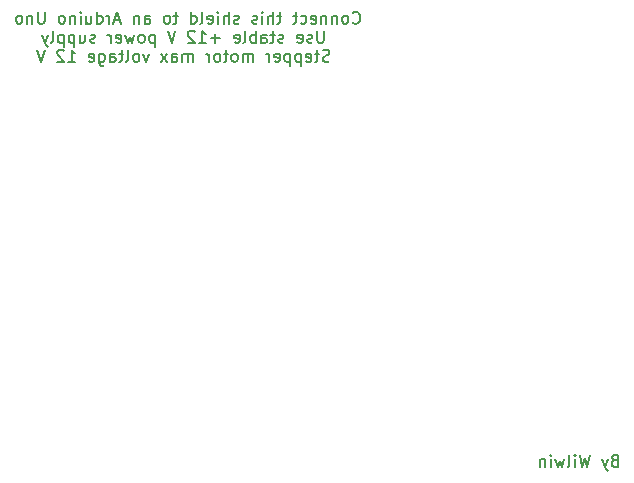
<source format=gbr>
%TF.GenerationSoftware,KiCad,Pcbnew,(6.0.6)*%
%TF.CreationDate,2022-07-08T17:21:04+08:00*%
%TF.ProjectId,Stepper,53746570-7065-4722-9e6b-696361645f70,rev?*%
%TF.SameCoordinates,Original*%
%TF.FileFunction,Legend,Bot*%
%TF.FilePolarity,Positive*%
%FSLAX46Y46*%
G04 Gerber Fmt 4.6, Leading zero omitted, Abs format (unit mm)*
G04 Created by KiCad (PCBNEW (6.0.6)) date 2022-07-08 17:21:04*
%MOMM*%
%LPD*%
G01*
G04 APERTURE LIST*
%ADD10C,0.150000*%
G04 APERTURE END LIST*
D10*
X175576190Y-98528571D02*
X175433333Y-98576190D01*
X175385714Y-98623809D01*
X175338095Y-98719047D01*
X175338095Y-98861904D01*
X175385714Y-98957142D01*
X175433333Y-99004761D01*
X175528571Y-99052380D01*
X175909523Y-99052380D01*
X175909523Y-98052380D01*
X175576190Y-98052380D01*
X175480952Y-98100000D01*
X175433333Y-98147619D01*
X175385714Y-98242857D01*
X175385714Y-98338095D01*
X175433333Y-98433333D01*
X175480952Y-98480952D01*
X175576190Y-98528571D01*
X175909523Y-98528571D01*
X175004761Y-98385714D02*
X174766666Y-99052380D01*
X174528571Y-98385714D02*
X174766666Y-99052380D01*
X174861904Y-99290476D01*
X174909523Y-99338095D01*
X175004761Y-99385714D01*
X173480952Y-98052380D02*
X173242857Y-99052380D01*
X173052380Y-98338095D01*
X172861904Y-99052380D01*
X172623809Y-98052380D01*
X172242857Y-99052380D02*
X172242857Y-98385714D01*
X172242857Y-98052380D02*
X172290476Y-98100000D01*
X172242857Y-98147619D01*
X172195238Y-98100000D01*
X172242857Y-98052380D01*
X172242857Y-98147619D01*
X171623809Y-99052380D02*
X171719047Y-99004761D01*
X171766666Y-98909523D01*
X171766666Y-98052380D01*
X171338095Y-98385714D02*
X171147619Y-99052380D01*
X170957142Y-98576190D01*
X170766666Y-99052380D01*
X170576190Y-98385714D01*
X170195238Y-99052380D02*
X170195238Y-98385714D01*
X170195238Y-98052380D02*
X170242857Y-98100000D01*
X170195238Y-98147619D01*
X170147619Y-98100000D01*
X170195238Y-98052380D01*
X170195238Y-98147619D01*
X169719047Y-98385714D02*
X169719047Y-99052380D01*
X169719047Y-98480952D02*
X169671428Y-98433333D01*
X169576190Y-98385714D01*
X169433333Y-98385714D01*
X169338095Y-98433333D01*
X169290476Y-98528571D01*
X169290476Y-99052380D01*
X153433333Y-61447142D02*
X153480952Y-61494761D01*
X153623809Y-61542380D01*
X153719047Y-61542380D01*
X153861904Y-61494761D01*
X153957142Y-61399523D01*
X154004761Y-61304285D01*
X154052380Y-61113809D01*
X154052380Y-60970952D01*
X154004761Y-60780476D01*
X153957142Y-60685238D01*
X153861904Y-60590000D01*
X153719047Y-60542380D01*
X153623809Y-60542380D01*
X153480952Y-60590000D01*
X153433333Y-60637619D01*
X152861904Y-61542380D02*
X152957142Y-61494761D01*
X153004761Y-61447142D01*
X153052380Y-61351904D01*
X153052380Y-61066190D01*
X153004761Y-60970952D01*
X152957142Y-60923333D01*
X152861904Y-60875714D01*
X152719047Y-60875714D01*
X152623809Y-60923333D01*
X152576190Y-60970952D01*
X152528571Y-61066190D01*
X152528571Y-61351904D01*
X152576190Y-61447142D01*
X152623809Y-61494761D01*
X152719047Y-61542380D01*
X152861904Y-61542380D01*
X152100000Y-60875714D02*
X152100000Y-61542380D01*
X152100000Y-60970952D02*
X152052380Y-60923333D01*
X151957142Y-60875714D01*
X151814285Y-60875714D01*
X151719047Y-60923333D01*
X151671428Y-61018571D01*
X151671428Y-61542380D01*
X151195238Y-60875714D02*
X151195238Y-61542380D01*
X151195238Y-60970952D02*
X151147619Y-60923333D01*
X151052380Y-60875714D01*
X150909523Y-60875714D01*
X150814285Y-60923333D01*
X150766666Y-61018571D01*
X150766666Y-61542380D01*
X149909523Y-61494761D02*
X150004761Y-61542380D01*
X150195238Y-61542380D01*
X150290476Y-61494761D01*
X150338095Y-61399523D01*
X150338095Y-61018571D01*
X150290476Y-60923333D01*
X150195238Y-60875714D01*
X150004761Y-60875714D01*
X149909523Y-60923333D01*
X149861904Y-61018571D01*
X149861904Y-61113809D01*
X150338095Y-61209047D01*
X149004761Y-61494761D02*
X149100000Y-61542380D01*
X149290476Y-61542380D01*
X149385714Y-61494761D01*
X149433333Y-61447142D01*
X149480952Y-61351904D01*
X149480952Y-61066190D01*
X149433333Y-60970952D01*
X149385714Y-60923333D01*
X149290476Y-60875714D01*
X149100000Y-60875714D01*
X149004761Y-60923333D01*
X148719047Y-60875714D02*
X148338095Y-60875714D01*
X148576190Y-60542380D02*
X148576190Y-61399523D01*
X148528571Y-61494761D01*
X148433333Y-61542380D01*
X148338095Y-61542380D01*
X147385714Y-60875714D02*
X147004761Y-60875714D01*
X147242857Y-60542380D02*
X147242857Y-61399523D01*
X147195238Y-61494761D01*
X147100000Y-61542380D01*
X147004761Y-61542380D01*
X146671428Y-61542380D02*
X146671428Y-60542380D01*
X146242857Y-61542380D02*
X146242857Y-61018571D01*
X146290476Y-60923333D01*
X146385714Y-60875714D01*
X146528571Y-60875714D01*
X146623809Y-60923333D01*
X146671428Y-60970952D01*
X145766666Y-61542380D02*
X145766666Y-60875714D01*
X145766666Y-60542380D02*
X145814285Y-60590000D01*
X145766666Y-60637619D01*
X145719047Y-60590000D01*
X145766666Y-60542380D01*
X145766666Y-60637619D01*
X145338095Y-61494761D02*
X145242857Y-61542380D01*
X145052380Y-61542380D01*
X144957142Y-61494761D01*
X144909523Y-61399523D01*
X144909523Y-61351904D01*
X144957142Y-61256666D01*
X145052380Y-61209047D01*
X145195238Y-61209047D01*
X145290476Y-61161428D01*
X145338095Y-61066190D01*
X145338095Y-61018571D01*
X145290476Y-60923333D01*
X145195238Y-60875714D01*
X145052380Y-60875714D01*
X144957142Y-60923333D01*
X143766666Y-61494761D02*
X143671428Y-61542380D01*
X143480952Y-61542380D01*
X143385714Y-61494761D01*
X143338095Y-61399523D01*
X143338095Y-61351904D01*
X143385714Y-61256666D01*
X143480952Y-61209047D01*
X143623809Y-61209047D01*
X143719047Y-61161428D01*
X143766666Y-61066190D01*
X143766666Y-61018571D01*
X143719047Y-60923333D01*
X143623809Y-60875714D01*
X143480952Y-60875714D01*
X143385714Y-60923333D01*
X142909523Y-61542380D02*
X142909523Y-60542380D01*
X142480952Y-61542380D02*
X142480952Y-61018571D01*
X142528571Y-60923333D01*
X142623809Y-60875714D01*
X142766666Y-60875714D01*
X142861904Y-60923333D01*
X142909523Y-60970952D01*
X142004761Y-61542380D02*
X142004761Y-60875714D01*
X142004761Y-60542380D02*
X142052380Y-60590000D01*
X142004761Y-60637619D01*
X141957142Y-60590000D01*
X142004761Y-60542380D01*
X142004761Y-60637619D01*
X141147619Y-61494761D02*
X141242857Y-61542380D01*
X141433333Y-61542380D01*
X141528571Y-61494761D01*
X141576190Y-61399523D01*
X141576190Y-61018571D01*
X141528571Y-60923333D01*
X141433333Y-60875714D01*
X141242857Y-60875714D01*
X141147619Y-60923333D01*
X141100000Y-61018571D01*
X141100000Y-61113809D01*
X141576190Y-61209047D01*
X140528571Y-61542380D02*
X140623809Y-61494761D01*
X140671428Y-61399523D01*
X140671428Y-60542380D01*
X139719047Y-61542380D02*
X139719047Y-60542380D01*
X139719047Y-61494761D02*
X139814285Y-61542380D01*
X140004761Y-61542380D01*
X140100000Y-61494761D01*
X140147619Y-61447142D01*
X140195238Y-61351904D01*
X140195238Y-61066190D01*
X140147619Y-60970952D01*
X140100000Y-60923333D01*
X140004761Y-60875714D01*
X139814285Y-60875714D01*
X139719047Y-60923333D01*
X138623809Y-60875714D02*
X138242857Y-60875714D01*
X138480952Y-60542380D02*
X138480952Y-61399523D01*
X138433333Y-61494761D01*
X138338095Y-61542380D01*
X138242857Y-61542380D01*
X137766666Y-61542380D02*
X137861904Y-61494761D01*
X137909523Y-61447142D01*
X137957142Y-61351904D01*
X137957142Y-61066190D01*
X137909523Y-60970952D01*
X137861904Y-60923333D01*
X137766666Y-60875714D01*
X137623809Y-60875714D01*
X137528571Y-60923333D01*
X137480952Y-60970952D01*
X137433333Y-61066190D01*
X137433333Y-61351904D01*
X137480952Y-61447142D01*
X137528571Y-61494761D01*
X137623809Y-61542380D01*
X137766666Y-61542380D01*
X135814285Y-61542380D02*
X135814285Y-61018571D01*
X135861904Y-60923333D01*
X135957142Y-60875714D01*
X136147619Y-60875714D01*
X136242857Y-60923333D01*
X135814285Y-61494761D02*
X135909523Y-61542380D01*
X136147619Y-61542380D01*
X136242857Y-61494761D01*
X136290476Y-61399523D01*
X136290476Y-61304285D01*
X136242857Y-61209047D01*
X136147619Y-61161428D01*
X135909523Y-61161428D01*
X135814285Y-61113809D01*
X135338095Y-60875714D02*
X135338095Y-61542380D01*
X135338095Y-60970952D02*
X135290476Y-60923333D01*
X135195238Y-60875714D01*
X135052380Y-60875714D01*
X134957142Y-60923333D01*
X134909523Y-61018571D01*
X134909523Y-61542380D01*
X133719047Y-61256666D02*
X133242857Y-61256666D01*
X133814285Y-61542380D02*
X133480952Y-60542380D01*
X133147619Y-61542380D01*
X132814285Y-61542380D02*
X132814285Y-60875714D01*
X132814285Y-61066190D02*
X132766666Y-60970952D01*
X132719047Y-60923333D01*
X132623809Y-60875714D01*
X132528571Y-60875714D01*
X131766666Y-61542380D02*
X131766666Y-60542380D01*
X131766666Y-61494761D02*
X131861904Y-61542380D01*
X132052380Y-61542380D01*
X132147619Y-61494761D01*
X132195238Y-61447142D01*
X132242857Y-61351904D01*
X132242857Y-61066190D01*
X132195238Y-60970952D01*
X132147619Y-60923333D01*
X132052380Y-60875714D01*
X131861904Y-60875714D01*
X131766666Y-60923333D01*
X130861904Y-60875714D02*
X130861904Y-61542380D01*
X131290476Y-60875714D02*
X131290476Y-61399523D01*
X131242857Y-61494761D01*
X131147619Y-61542380D01*
X131004761Y-61542380D01*
X130909523Y-61494761D01*
X130861904Y-61447142D01*
X130385714Y-61542380D02*
X130385714Y-60875714D01*
X130385714Y-60542380D02*
X130433333Y-60590000D01*
X130385714Y-60637619D01*
X130338095Y-60590000D01*
X130385714Y-60542380D01*
X130385714Y-60637619D01*
X129909523Y-60875714D02*
X129909523Y-61542380D01*
X129909523Y-60970952D02*
X129861904Y-60923333D01*
X129766666Y-60875714D01*
X129623809Y-60875714D01*
X129528571Y-60923333D01*
X129480952Y-61018571D01*
X129480952Y-61542380D01*
X128861904Y-61542380D02*
X128957142Y-61494761D01*
X129004761Y-61447142D01*
X129052380Y-61351904D01*
X129052380Y-61066190D01*
X129004761Y-60970952D01*
X128957142Y-60923333D01*
X128861904Y-60875714D01*
X128719047Y-60875714D01*
X128623809Y-60923333D01*
X128576190Y-60970952D01*
X128528571Y-61066190D01*
X128528571Y-61351904D01*
X128576190Y-61447142D01*
X128623809Y-61494761D01*
X128719047Y-61542380D01*
X128861904Y-61542380D01*
X127338095Y-60542380D02*
X127338095Y-61351904D01*
X127290476Y-61447142D01*
X127242857Y-61494761D01*
X127147619Y-61542380D01*
X126957142Y-61542380D01*
X126861904Y-61494761D01*
X126814285Y-61447142D01*
X126766666Y-61351904D01*
X126766666Y-60542380D01*
X126290476Y-60875714D02*
X126290476Y-61542380D01*
X126290476Y-60970952D02*
X126242857Y-60923333D01*
X126147619Y-60875714D01*
X126004761Y-60875714D01*
X125909523Y-60923333D01*
X125861904Y-61018571D01*
X125861904Y-61542380D01*
X125242857Y-61542380D02*
X125338095Y-61494761D01*
X125385714Y-61447142D01*
X125433333Y-61351904D01*
X125433333Y-61066190D01*
X125385714Y-60970952D01*
X125338095Y-60923333D01*
X125242857Y-60875714D01*
X125100000Y-60875714D01*
X125004761Y-60923333D01*
X124957142Y-60970952D01*
X124909523Y-61066190D01*
X124909523Y-61351904D01*
X124957142Y-61447142D01*
X125004761Y-61494761D01*
X125100000Y-61542380D01*
X125242857Y-61542380D01*
X150980952Y-62152380D02*
X150980952Y-62961904D01*
X150933333Y-63057142D01*
X150885714Y-63104761D01*
X150790476Y-63152380D01*
X150600000Y-63152380D01*
X150504761Y-63104761D01*
X150457142Y-63057142D01*
X150409523Y-62961904D01*
X150409523Y-62152380D01*
X149980952Y-63104761D02*
X149885714Y-63152380D01*
X149695238Y-63152380D01*
X149600000Y-63104761D01*
X149552380Y-63009523D01*
X149552380Y-62961904D01*
X149600000Y-62866666D01*
X149695238Y-62819047D01*
X149838095Y-62819047D01*
X149933333Y-62771428D01*
X149980952Y-62676190D01*
X149980952Y-62628571D01*
X149933333Y-62533333D01*
X149838095Y-62485714D01*
X149695238Y-62485714D01*
X149600000Y-62533333D01*
X148742857Y-63104761D02*
X148838095Y-63152380D01*
X149028571Y-63152380D01*
X149123809Y-63104761D01*
X149171428Y-63009523D01*
X149171428Y-62628571D01*
X149123809Y-62533333D01*
X149028571Y-62485714D01*
X148838095Y-62485714D01*
X148742857Y-62533333D01*
X148695238Y-62628571D01*
X148695238Y-62723809D01*
X149171428Y-62819047D01*
X147552380Y-63104761D02*
X147457142Y-63152380D01*
X147266666Y-63152380D01*
X147171428Y-63104761D01*
X147123809Y-63009523D01*
X147123809Y-62961904D01*
X147171428Y-62866666D01*
X147266666Y-62819047D01*
X147409523Y-62819047D01*
X147504761Y-62771428D01*
X147552380Y-62676190D01*
X147552380Y-62628571D01*
X147504761Y-62533333D01*
X147409523Y-62485714D01*
X147266666Y-62485714D01*
X147171428Y-62533333D01*
X146838095Y-62485714D02*
X146457142Y-62485714D01*
X146695238Y-62152380D02*
X146695238Y-63009523D01*
X146647619Y-63104761D01*
X146552380Y-63152380D01*
X146457142Y-63152380D01*
X145695238Y-63152380D02*
X145695238Y-62628571D01*
X145742857Y-62533333D01*
X145838095Y-62485714D01*
X146028571Y-62485714D01*
X146123809Y-62533333D01*
X145695238Y-63104761D02*
X145790476Y-63152380D01*
X146028571Y-63152380D01*
X146123809Y-63104761D01*
X146171428Y-63009523D01*
X146171428Y-62914285D01*
X146123809Y-62819047D01*
X146028571Y-62771428D01*
X145790476Y-62771428D01*
X145695238Y-62723809D01*
X145219047Y-63152380D02*
X145219047Y-62152380D01*
X145219047Y-62533333D02*
X145123809Y-62485714D01*
X144933333Y-62485714D01*
X144838095Y-62533333D01*
X144790476Y-62580952D01*
X144742857Y-62676190D01*
X144742857Y-62961904D01*
X144790476Y-63057142D01*
X144838095Y-63104761D01*
X144933333Y-63152380D01*
X145123809Y-63152380D01*
X145219047Y-63104761D01*
X144171428Y-63152380D02*
X144266666Y-63104761D01*
X144314285Y-63009523D01*
X144314285Y-62152380D01*
X143409523Y-63104761D02*
X143504761Y-63152380D01*
X143695238Y-63152380D01*
X143790476Y-63104761D01*
X143838095Y-63009523D01*
X143838095Y-62628571D01*
X143790476Y-62533333D01*
X143695238Y-62485714D01*
X143504761Y-62485714D01*
X143409523Y-62533333D01*
X143361904Y-62628571D01*
X143361904Y-62723809D01*
X143838095Y-62819047D01*
X142171428Y-62771428D02*
X141409523Y-62771428D01*
X141790476Y-63152380D02*
X141790476Y-62390476D01*
X140409523Y-63152380D02*
X140980952Y-63152380D01*
X140695238Y-63152380D02*
X140695238Y-62152380D01*
X140790476Y-62295238D01*
X140885714Y-62390476D01*
X140980952Y-62438095D01*
X140028571Y-62247619D02*
X139980952Y-62200000D01*
X139885714Y-62152380D01*
X139647619Y-62152380D01*
X139552380Y-62200000D01*
X139504761Y-62247619D01*
X139457142Y-62342857D01*
X139457142Y-62438095D01*
X139504761Y-62580952D01*
X140076190Y-63152380D01*
X139457142Y-63152380D01*
X138409523Y-62152380D02*
X138076190Y-63152380D01*
X137742857Y-62152380D01*
X136647619Y-62485714D02*
X136647619Y-63485714D01*
X136647619Y-62533333D02*
X136552380Y-62485714D01*
X136361904Y-62485714D01*
X136266666Y-62533333D01*
X136219047Y-62580952D01*
X136171428Y-62676190D01*
X136171428Y-62961904D01*
X136219047Y-63057142D01*
X136266666Y-63104761D01*
X136361904Y-63152380D01*
X136552380Y-63152380D01*
X136647619Y-63104761D01*
X135600000Y-63152380D02*
X135695238Y-63104761D01*
X135742857Y-63057142D01*
X135790476Y-62961904D01*
X135790476Y-62676190D01*
X135742857Y-62580952D01*
X135695238Y-62533333D01*
X135600000Y-62485714D01*
X135457142Y-62485714D01*
X135361904Y-62533333D01*
X135314285Y-62580952D01*
X135266666Y-62676190D01*
X135266666Y-62961904D01*
X135314285Y-63057142D01*
X135361904Y-63104761D01*
X135457142Y-63152380D01*
X135600000Y-63152380D01*
X134933333Y-62485714D02*
X134742857Y-63152380D01*
X134552380Y-62676190D01*
X134361904Y-63152380D01*
X134171428Y-62485714D01*
X133409523Y-63104761D02*
X133504761Y-63152380D01*
X133695238Y-63152380D01*
X133790476Y-63104761D01*
X133838095Y-63009523D01*
X133838095Y-62628571D01*
X133790476Y-62533333D01*
X133695238Y-62485714D01*
X133504761Y-62485714D01*
X133409523Y-62533333D01*
X133361904Y-62628571D01*
X133361904Y-62723809D01*
X133838095Y-62819047D01*
X132933333Y-63152380D02*
X132933333Y-62485714D01*
X132933333Y-62676190D02*
X132885714Y-62580952D01*
X132838095Y-62533333D01*
X132742857Y-62485714D01*
X132647619Y-62485714D01*
X131600000Y-63104761D02*
X131504761Y-63152380D01*
X131314285Y-63152380D01*
X131219047Y-63104761D01*
X131171428Y-63009523D01*
X131171428Y-62961904D01*
X131219047Y-62866666D01*
X131314285Y-62819047D01*
X131457142Y-62819047D01*
X131552380Y-62771428D01*
X131600000Y-62676190D01*
X131600000Y-62628571D01*
X131552380Y-62533333D01*
X131457142Y-62485714D01*
X131314285Y-62485714D01*
X131219047Y-62533333D01*
X130314285Y-62485714D02*
X130314285Y-63152380D01*
X130742857Y-62485714D02*
X130742857Y-63009523D01*
X130695238Y-63104761D01*
X130600000Y-63152380D01*
X130457142Y-63152380D01*
X130361904Y-63104761D01*
X130314285Y-63057142D01*
X129838095Y-62485714D02*
X129838095Y-63485714D01*
X129838095Y-62533333D02*
X129742857Y-62485714D01*
X129552380Y-62485714D01*
X129457142Y-62533333D01*
X129409523Y-62580952D01*
X129361904Y-62676190D01*
X129361904Y-62961904D01*
X129409523Y-63057142D01*
X129457142Y-63104761D01*
X129552380Y-63152380D01*
X129742857Y-63152380D01*
X129838095Y-63104761D01*
X128933333Y-62485714D02*
X128933333Y-63485714D01*
X128933333Y-62533333D02*
X128838095Y-62485714D01*
X128647619Y-62485714D01*
X128552380Y-62533333D01*
X128504761Y-62580952D01*
X128457142Y-62676190D01*
X128457142Y-62961904D01*
X128504761Y-63057142D01*
X128552380Y-63104761D01*
X128647619Y-63152380D01*
X128838095Y-63152380D01*
X128933333Y-63104761D01*
X127885714Y-63152380D02*
X127980952Y-63104761D01*
X128028571Y-63009523D01*
X128028571Y-62152380D01*
X127600000Y-62485714D02*
X127361904Y-63152380D01*
X127123809Y-62485714D02*
X127361904Y-63152380D01*
X127457142Y-63390476D01*
X127504761Y-63438095D01*
X127600000Y-63485714D01*
X151433333Y-64714761D02*
X151290476Y-64762380D01*
X151052380Y-64762380D01*
X150957142Y-64714761D01*
X150909523Y-64667142D01*
X150861904Y-64571904D01*
X150861904Y-64476666D01*
X150909523Y-64381428D01*
X150957142Y-64333809D01*
X151052380Y-64286190D01*
X151242857Y-64238571D01*
X151338095Y-64190952D01*
X151385714Y-64143333D01*
X151433333Y-64048095D01*
X151433333Y-63952857D01*
X151385714Y-63857619D01*
X151338095Y-63810000D01*
X151242857Y-63762380D01*
X151004761Y-63762380D01*
X150861904Y-63810000D01*
X150576190Y-64095714D02*
X150195238Y-64095714D01*
X150433333Y-63762380D02*
X150433333Y-64619523D01*
X150385714Y-64714761D01*
X150290476Y-64762380D01*
X150195238Y-64762380D01*
X149480952Y-64714761D02*
X149576190Y-64762380D01*
X149766666Y-64762380D01*
X149861904Y-64714761D01*
X149909523Y-64619523D01*
X149909523Y-64238571D01*
X149861904Y-64143333D01*
X149766666Y-64095714D01*
X149576190Y-64095714D01*
X149480952Y-64143333D01*
X149433333Y-64238571D01*
X149433333Y-64333809D01*
X149909523Y-64429047D01*
X149004761Y-64095714D02*
X149004761Y-65095714D01*
X149004761Y-64143333D02*
X148909523Y-64095714D01*
X148719047Y-64095714D01*
X148623809Y-64143333D01*
X148576190Y-64190952D01*
X148528571Y-64286190D01*
X148528571Y-64571904D01*
X148576190Y-64667142D01*
X148623809Y-64714761D01*
X148719047Y-64762380D01*
X148909523Y-64762380D01*
X149004761Y-64714761D01*
X148100000Y-64095714D02*
X148100000Y-65095714D01*
X148100000Y-64143333D02*
X148004761Y-64095714D01*
X147814285Y-64095714D01*
X147719047Y-64143333D01*
X147671428Y-64190952D01*
X147623809Y-64286190D01*
X147623809Y-64571904D01*
X147671428Y-64667142D01*
X147719047Y-64714761D01*
X147814285Y-64762380D01*
X148004761Y-64762380D01*
X148100000Y-64714761D01*
X146814285Y-64714761D02*
X146909523Y-64762380D01*
X147100000Y-64762380D01*
X147195238Y-64714761D01*
X147242857Y-64619523D01*
X147242857Y-64238571D01*
X147195238Y-64143333D01*
X147100000Y-64095714D01*
X146909523Y-64095714D01*
X146814285Y-64143333D01*
X146766666Y-64238571D01*
X146766666Y-64333809D01*
X147242857Y-64429047D01*
X146338095Y-64762380D02*
X146338095Y-64095714D01*
X146338095Y-64286190D02*
X146290476Y-64190952D01*
X146242857Y-64143333D01*
X146147619Y-64095714D01*
X146052380Y-64095714D01*
X144957142Y-64762380D02*
X144957142Y-64095714D01*
X144957142Y-64190952D02*
X144909523Y-64143333D01*
X144814285Y-64095714D01*
X144671428Y-64095714D01*
X144576190Y-64143333D01*
X144528571Y-64238571D01*
X144528571Y-64762380D01*
X144528571Y-64238571D02*
X144480952Y-64143333D01*
X144385714Y-64095714D01*
X144242857Y-64095714D01*
X144147619Y-64143333D01*
X144100000Y-64238571D01*
X144100000Y-64762380D01*
X143480952Y-64762380D02*
X143576190Y-64714761D01*
X143623809Y-64667142D01*
X143671428Y-64571904D01*
X143671428Y-64286190D01*
X143623809Y-64190952D01*
X143576190Y-64143333D01*
X143480952Y-64095714D01*
X143338095Y-64095714D01*
X143242857Y-64143333D01*
X143195238Y-64190952D01*
X143147619Y-64286190D01*
X143147619Y-64571904D01*
X143195238Y-64667142D01*
X143242857Y-64714761D01*
X143338095Y-64762380D01*
X143480952Y-64762380D01*
X142861904Y-64095714D02*
X142480952Y-64095714D01*
X142719047Y-63762380D02*
X142719047Y-64619523D01*
X142671428Y-64714761D01*
X142576190Y-64762380D01*
X142480952Y-64762380D01*
X142004761Y-64762380D02*
X142100000Y-64714761D01*
X142147619Y-64667142D01*
X142195238Y-64571904D01*
X142195238Y-64286190D01*
X142147619Y-64190952D01*
X142100000Y-64143333D01*
X142004761Y-64095714D01*
X141861904Y-64095714D01*
X141766666Y-64143333D01*
X141719047Y-64190952D01*
X141671428Y-64286190D01*
X141671428Y-64571904D01*
X141719047Y-64667142D01*
X141766666Y-64714761D01*
X141861904Y-64762380D01*
X142004761Y-64762380D01*
X141242857Y-64762380D02*
X141242857Y-64095714D01*
X141242857Y-64286190D02*
X141195238Y-64190952D01*
X141147619Y-64143333D01*
X141052380Y-64095714D01*
X140957142Y-64095714D01*
X139861904Y-64762380D02*
X139861904Y-64095714D01*
X139861904Y-64190952D02*
X139814285Y-64143333D01*
X139719047Y-64095714D01*
X139576190Y-64095714D01*
X139480952Y-64143333D01*
X139433333Y-64238571D01*
X139433333Y-64762380D01*
X139433333Y-64238571D02*
X139385714Y-64143333D01*
X139290476Y-64095714D01*
X139147619Y-64095714D01*
X139052380Y-64143333D01*
X139004761Y-64238571D01*
X139004761Y-64762380D01*
X138100000Y-64762380D02*
X138100000Y-64238571D01*
X138147619Y-64143333D01*
X138242857Y-64095714D01*
X138433333Y-64095714D01*
X138528571Y-64143333D01*
X138100000Y-64714761D02*
X138195238Y-64762380D01*
X138433333Y-64762380D01*
X138528571Y-64714761D01*
X138576190Y-64619523D01*
X138576190Y-64524285D01*
X138528571Y-64429047D01*
X138433333Y-64381428D01*
X138195238Y-64381428D01*
X138100000Y-64333809D01*
X137719047Y-64762380D02*
X137195238Y-64095714D01*
X137719047Y-64095714D02*
X137195238Y-64762380D01*
X136147619Y-64095714D02*
X135909523Y-64762380D01*
X135671428Y-64095714D01*
X135147619Y-64762380D02*
X135242857Y-64714761D01*
X135290476Y-64667142D01*
X135338095Y-64571904D01*
X135338095Y-64286190D01*
X135290476Y-64190952D01*
X135242857Y-64143333D01*
X135147619Y-64095714D01*
X135004761Y-64095714D01*
X134909523Y-64143333D01*
X134861904Y-64190952D01*
X134814285Y-64286190D01*
X134814285Y-64571904D01*
X134861904Y-64667142D01*
X134909523Y-64714761D01*
X135004761Y-64762380D01*
X135147619Y-64762380D01*
X134242857Y-64762380D02*
X134338095Y-64714761D01*
X134385714Y-64619523D01*
X134385714Y-63762380D01*
X134004761Y-64095714D02*
X133623809Y-64095714D01*
X133861904Y-63762380D02*
X133861904Y-64619523D01*
X133814285Y-64714761D01*
X133719047Y-64762380D01*
X133623809Y-64762380D01*
X132861904Y-64762380D02*
X132861904Y-64238571D01*
X132909523Y-64143333D01*
X133004761Y-64095714D01*
X133195238Y-64095714D01*
X133290476Y-64143333D01*
X132861904Y-64714761D02*
X132957142Y-64762380D01*
X133195238Y-64762380D01*
X133290476Y-64714761D01*
X133338095Y-64619523D01*
X133338095Y-64524285D01*
X133290476Y-64429047D01*
X133195238Y-64381428D01*
X132957142Y-64381428D01*
X132861904Y-64333809D01*
X131957142Y-64095714D02*
X131957142Y-64905238D01*
X132004761Y-65000476D01*
X132052380Y-65048095D01*
X132147619Y-65095714D01*
X132290476Y-65095714D01*
X132385714Y-65048095D01*
X131957142Y-64714761D02*
X132052380Y-64762380D01*
X132242857Y-64762380D01*
X132338095Y-64714761D01*
X132385714Y-64667142D01*
X132433333Y-64571904D01*
X132433333Y-64286190D01*
X132385714Y-64190952D01*
X132338095Y-64143333D01*
X132242857Y-64095714D01*
X132052380Y-64095714D01*
X131957142Y-64143333D01*
X131100000Y-64714761D02*
X131195238Y-64762380D01*
X131385714Y-64762380D01*
X131480952Y-64714761D01*
X131528571Y-64619523D01*
X131528571Y-64238571D01*
X131480952Y-64143333D01*
X131385714Y-64095714D01*
X131195238Y-64095714D01*
X131100000Y-64143333D01*
X131052380Y-64238571D01*
X131052380Y-64333809D01*
X131528571Y-64429047D01*
X129338095Y-64762380D02*
X129909523Y-64762380D01*
X129623809Y-64762380D02*
X129623809Y-63762380D01*
X129719047Y-63905238D01*
X129814285Y-64000476D01*
X129909523Y-64048095D01*
X128957142Y-63857619D02*
X128909523Y-63810000D01*
X128814285Y-63762380D01*
X128576190Y-63762380D01*
X128480952Y-63810000D01*
X128433333Y-63857619D01*
X128385714Y-63952857D01*
X128385714Y-64048095D01*
X128433333Y-64190952D01*
X129004761Y-64762380D01*
X128385714Y-64762380D01*
X127338095Y-63762380D02*
X127004761Y-64762380D01*
X126671428Y-63762380D01*
M02*

</source>
